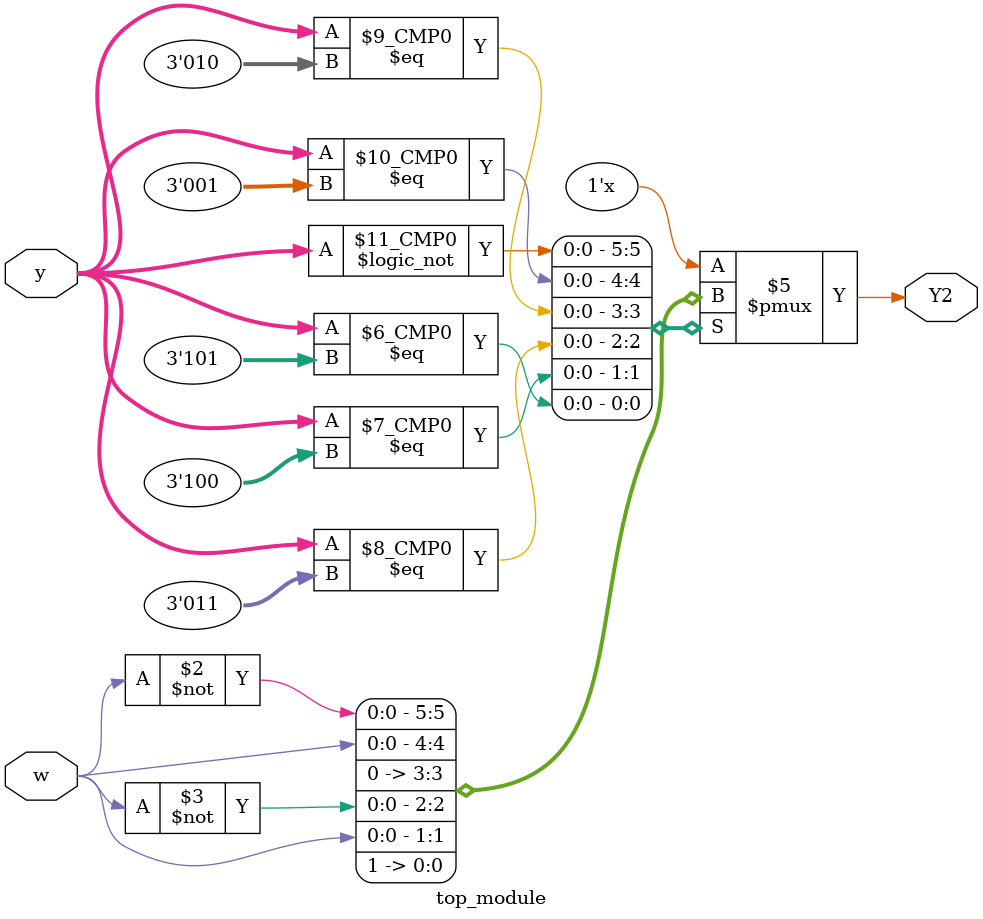
<source format=sv>
module top_module(
    input [3:1] y,
    input w,
    output reg Y2
);

always @(*) begin
    case (y)
        3'b000: Y2 = ~w;
        3'b001: Y2 = w;
        3'b010: Y2 = 1'b0;
        3'b011: Y2 = ~w;
        3'b100: Y2 = w;
        3'b101: Y2 = 1'b1;
        default: Y2 = 1'bx;
    endcase
end

endmodule

</source>
